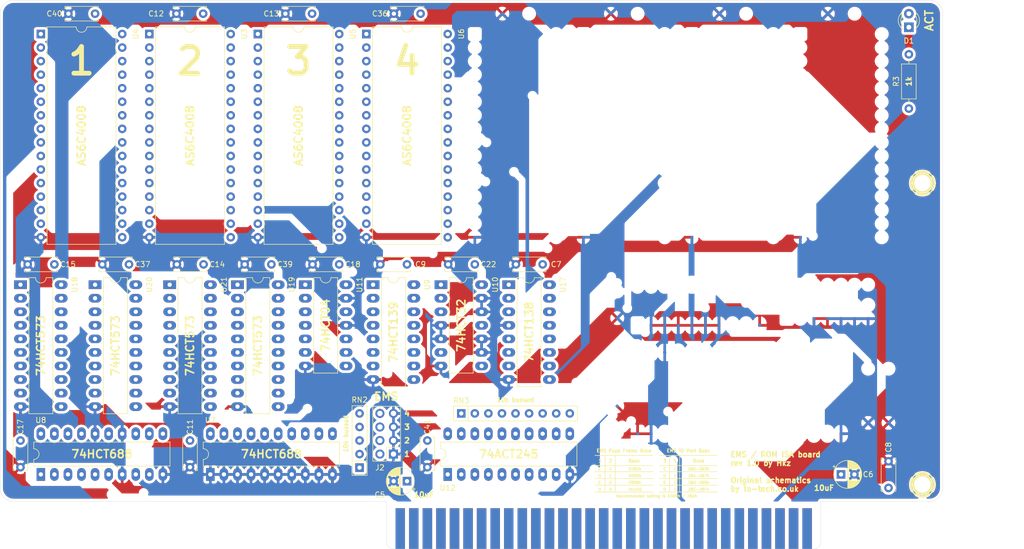
<source format=kicad_pcb>
(kicad_pcb (version 20171130) (host pcbnew "(5.1.9)-1")
  (layers (0 F.Cu signal hide) (31 B.Cu signal hide) (34 B.Paste user) (35 F.Paste user) (36 B.SilkS user) (37 F.SilkS user) (38 B.Mask user) (39 F.Mask user) (44 Edge.Cuts user))
  (net 0 "")
  (net 1 GND)
  (net 2 VCC)
  (net 3 /A0)
  (net 4 /A1)
  (net 5 /A2)
  (net 6 /A3)
  (net 7 /A4)
  (net 8 /A5)
  (net 9 /A6)
  (net 10 /A7)
  (net 11 /A8)
  (net 12 /A9)
  (net 13 /AEN)
  (net 14 /D0)
  (net 15 /D1)
  (net 16 /D2)
  (net 17 /D3)
  (net 18 /D4)
  (net 19 /D5)
  (net 20 /D6)
  (net 21 /D7)
  (net 22 /~IOW)
  (net 23 "Net-(U11-Pad1)")
  (net 24 /A10)
  (net 25 /A11)
  (net 26 /A12)
  (net 27 /A13)
  (net 28 /A14)
  (net 29 /A15)
  (net 30 /A16)
  (net 31 /A17)
  (net 32 /A18)
  (net 33 /A19)
  (net 34 /~MEMR)
  (net 35 /~MEMW)
  (net 36 /JP4)
  (net 37 /JP3)
  (net 38 /JP2)
  (net 39 /JP1)
  (net 40 /DB7)
  (net 41 /DB6)
  (net 42 /DB5)
  (net 43 /DB4)
  (net 44 /DB3)
  (net 45 /DB2)
  (net 46 /DB1)
  (net 47 /DB0)
  (net 48 /RAM-A15)
  (net 49 /RAM-A17)
  (net 50 /~RAM-CS0)
  (net 51 /RAM-A14)
  (net 52 /RAM-A16)
  (net 53 /RAM-A18)
  (net 54 /~RAM-CS1)
  (net 55 /~RAM-CS2)
  (net 56 /~RAM-CS3)
  (net 57 /~RAM-SELECT)
  (net 58 "Net-(U10-Pad1)")
  (net 59 "Net-(U11-Pad9)")
  (net 60 "Net-(U11-Pad5)")
  (net 61 "Net-(U11-Pad3)")
  (net 62 /~REG0-OE)
  (net 63 /~REG1-OE)
  (net 64 /~REG2-OE)
  (net 65 /~REG3-OE)
  (net 66 "Net-(U10-Pad3)")
  (net 67 /REG2-LOAD)
  (net 68 /REG1-LOAD)
  (net 69 /REG0-LOAD)
  (net 70 /REG3-LOAD)
  (net 71 /RAM-A21)
  (net 72 /RAM-A20)
  (net 73 /RAM-A19)
  (net 74 "Net-(D1-Pad1)")
  (module Capacitor_THT:C_Disc_D6.0mm_W2.5mm_P5.00mm (layer F.Cu) (at 227.33 149.86 180)
    (fp_text reference C22 (at -2.54 0) (layer F.SilkS))
    (fp_text value 100nF)
    (pad 2 thru_hole circle (at 5 0 180) (size 1.6 1.6) (drill 0.8) (layers *.Cu *.Mask) (net 1 GND))
    (pad 1 thru_hole circle (at 0 0 180) (size 1.6 1.6) (drill 0.8) (layers *.Cu *.Mask) (net 2 VCC))
  )
  (module skiselev_footprints:Hole_3mm (layer F.Cu) (at 311.15 134.62)
    (fp_text reference H2 hide)
    (fp_text value MountingHole_Pad hide)
    (pad 1 thru_hole circle (at 0 0) (size 4.064 4.064) (drill 3.048) (layers *.Cu *.Mask F.SilkS) (net 1 GND))
  )
  (module skiselev_footprints:Hole_3mm (layer F.Cu) (at 311.15 191.135)
    (fp_text reference H1 hide)
    (fp_text value MountingHole_Pad hide)
    (pad 1 thru_hole circle (at 0 0) (size 4.064 4.064) (drill 3.048) (layers *.Cu *.Mask F.SilkS) (net 1 GND))
  )
  (module Resistor_THT:R_Axial_DIN0207_L6.3mm_D2.5mm_P10.16mm_Horizontal (layer F.Cu) (at 308.61 120.65 90)
    (fp_text reference R3 (at 5.08 -2.37 90) (layer F.SilkS))
    (fp_text value 1k)
    (pad 2 thru_hole oval (at 10.16 0 90) (size 1.6 1.6) (drill 0.8) (layers *.Cu *.Mask) (net 74 "Net-(D1-Pad1)"))
    (pad 1 thru_hole circle (at 0 0 90) (size 1.6 1.6) (drill 0.8) (layers *.Cu *.Mask) (net 57 /~RAM-SELECT))
  )
  (module LED_THT:LED_D3.0mm_Clear (layer F.Cu) (at 308.61 105.41 90)
    (fp_text reference D1 (at -2.54 0) (layer F.SilkS))
    (fp_text value "EMS in use")
    (pad 2 thru_hole circle (at 2.54 0 90) (size 1.8 1.8) (drill 0.9) (layers *.Cu *.Mask) (net 2 VCC))
    (pad 1 thru_hole rect (at 0 0 90) (size 1.8 1.8) (drill 0.9) (layers *.Cu *.Mask) (net 74 "Net-(D1-Pad1)"))
  )
  (module Package_DIP:DIP-20_W7.62mm_LongPads (layer F.Cu) (at 170.18 153.67)
    (fp_text reference U21 (at 10.16 0 -90) (layer F.SilkS))
    (fp_text value 74LS573)
    (pad 20 thru_hole oval (at 7.62 0) (size 2.4 1.6) (drill 0.8) (layers *.Cu *.Mask) (net 2 VCC))
    (pad 10 thru_hole oval (at 0 22.86) (size 2.4 1.6) (drill 0.8) (layers *.Cu *.Mask) (net 1 GND))
    (pad 19 thru_hole oval (at 7.62 2.54) (size 2.4 1.6) (drill 0.8) (layers *.Cu *.Mask) (net 51 /RAM-A14))
    (pad 9 thru_hole oval (at 0 20.32) (size 2.4 1.6) (drill 0.8) (layers *.Cu *.Mask) (net 21 /D7))
    (pad 18 thru_hole oval (at 7.62 5.08) (size 2.4 1.6) (drill 0.8) (layers *.Cu *.Mask) (net 48 /RAM-A15))
    (pad 8 thru_hole oval (at 0 17.78) (size 2.4 1.6) (drill 0.8) (layers *.Cu *.Mask) (net 20 /D6))
    (pad 17 thru_hole oval (at 7.62 7.62) (size 2.4 1.6) (drill 0.8) (layers *.Cu *.Mask) (net 52 /RAM-A16))
    (pad 7 thru_hole oval (at 0 15.24) (size 2.4 1.6) (drill 0.8) (layers *.Cu *.Mask) (net 19 /D5))
    (pad 16 thru_hole oval (at 7.62 10.16) (size 2.4 1.6) (drill 0.8) (layers *.Cu *.Mask) (net 49 /RAM-A17))
    (pad 6 thru_hole oval (at 0 12.7) (size 2.4 1.6) (drill 0.8) (layers *.Cu *.Mask) (net 18 /D4))
    (pad 15 thru_hole oval (at 7.62 12.7) (size 2.4 1.6) (drill 0.8) (layers *.Cu *.Mask) (net 53 /RAM-A18))
    (pad 5 thru_hole oval (at 0 10.16) (size 2.4 1.6) (drill 0.8) (layers *.Cu *.Mask) (net 17 /D3))
    (pad 14 thru_hole oval (at 7.62 15.24) (size 2.4 1.6) (drill 0.8) (layers *.Cu *.Mask) (net 73 /RAM-A19))
    (pad 4 thru_hole oval (at 0 7.62) (size 2.4 1.6) (drill 0.8) (layers *.Cu *.Mask) (net 16 /D2))
    (pad 13 thru_hole oval (at 7.62 17.78) (size 2.4 1.6) (drill 0.8) (layers *.Cu *.Mask) (net 72 /RAM-A20))
    (pad 3 thru_hole oval (at 0 5.08) (size 2.4 1.6) (drill 0.8) (layers *.Cu *.Mask) (net 15 /D1))
    (pad 12 thru_hole oval (at 7.62 20.32) (size 2.4 1.6) (drill 0.8) (layers *.Cu *.Mask) (net 71 /RAM-A21))
    (pad 2 thru_hole oval (at 0 2.54) (size 2.4 1.6) (drill 0.8) (layers *.Cu *.Mask) (net 14 /D0))
    (pad 11 thru_hole oval (at 7.62 22.86) (size 2.4 1.6) (drill 0.8) (layers *.Cu *.Mask) (net 70 /REG3-LOAD))
    (pad 1 thru_hole rect (at 0 0) (size 2.4 1.6) (drill 0.8) (layers *.Cu *.Mask) (net 65 /~REG3-OE))
  )
  (module Package_DIP:DIP-20_W7.62mm_LongPads (layer F.Cu) (at 156.21 153.67)
    (fp_text reference U20 (at 10.16 0 -90) (layer F.SilkS))
    (fp_text value 74LS573)
    (pad 20 thru_hole oval (at 7.62 0) (size 2.4 1.6) (drill 0.8) (layers *.Cu *.Mask) (net 2 VCC))
    (pad 10 thru_hole oval (at 0 22.86) (size 2.4 1.6) (drill 0.8) (layers *.Cu *.Mask) (net 1 GND))
    (pad 19 thru_hole oval (at 7.62 2.54) (size 2.4 1.6) (drill 0.8) (layers *.Cu *.Mask) (net 51 /RAM-A14))
    (pad 9 thru_hole oval (at 0 20.32) (size 2.4 1.6) (drill 0.8) (layers *.Cu *.Mask) (net 21 /D7))
    (pad 18 thru_hole oval (at 7.62 5.08) (size 2.4 1.6) (drill 0.8) (layers *.Cu *.Mask) (net 48 /RAM-A15))
    (pad 8 thru_hole oval (at 0 17.78) (size 2.4 1.6) (drill 0.8) (layers *.Cu *.Mask) (net 20 /D6))
    (pad 17 thru_hole oval (at 7.62 7.62) (size 2.4 1.6) (drill 0.8) (layers *.Cu *.Mask) (net 52 /RAM-A16))
    (pad 7 thru_hole oval (at 0 15.24) (size 2.4 1.6) (drill 0.8) (layers *.Cu *.Mask) (net 19 /D5))
    (pad 16 thru_hole oval (at 7.62 10.16) (size 2.4 1.6) (drill 0.8) (layers *.Cu *.Mask) (net 49 /RAM-A17))
    (pad 6 thru_hole oval (at 0 12.7) (size 2.4 1.6) (drill 0.8) (layers *.Cu *.Mask) (net 18 /D4))
    (pad 15 thru_hole oval (at 7.62 12.7) (size 2.4 1.6) (drill 0.8) (layers *.Cu *.Mask) (net 53 /RAM-A18))
    (pad 5 thru_hole oval (at 0 10.16) (size 2.4 1.6) (drill 0.8) (layers *.Cu *.Mask) (net 17 /D3))
    (pad 14 thru_hole oval (at 7.62 15.24) (size 2.4 1.6) (drill 0.8) (layers *.Cu *.Mask) (net 73 /RAM-A19))
    (pad 4 thru_hole oval (at 0 7.62) (size 2.4 1.6) (drill 0.8) (layers *.Cu *.Mask) (net 16 /D2))
    (pad 13 thru_hole oval (at 7.62 17.78) (size 2.4 1.6) (drill 0.8) (layers *.Cu *.Mask) (net 72 /RAM-A20))
    (pad 3 thru_hole oval (at 0 5.08) (size 2.4 1.6) (drill 0.8) (layers *.Cu *.Mask) (net 15 /D1))
    (pad 12 thru_hole oval (at 7.62 20.32) (size 2.4 1.6) (drill 0.8) (layers *.Cu *.Mask) (net 71 /RAM-A21))
    (pad 2 thru_hole oval (at 0 2.54) (size 2.4 1.6) (drill 0.8) (layers *.Cu *.Mask) (net 14 /D0))
    (pad 11 thru_hole oval (at 7.62 22.86) (size 2.4 1.6) (drill 0.8) (layers *.Cu *.Mask) (net 67 /REG2-LOAD))
    (pad 1 thru_hole rect (at 0 0) (size 2.4 1.6) (drill 0.8) (layers *.Cu *.Mask) (net 64 /~REG2-OE))
  )
  (module Package_DIP:DIP-20_W7.62mm_LongPads (layer F.Cu) (at 182.88 153.67)
    (fp_text reference U19 (at 10.16 0 -90) (layer F.SilkS))
    (fp_text value 74LS573)
    (pad 20 thru_hole oval (at 7.62 0) (size 2.4 1.6) (drill 0.8) (layers *.Cu *.Mask) (net 2 VCC))
    (pad 10 thru_hole oval (at 0 22.86) (size 2.4 1.6) (drill 0.8) (layers *.Cu *.Mask) (net 1 GND))
    (pad 19 thru_hole oval (at 7.62 2.54) (size 2.4 1.6) (drill 0.8) (layers *.Cu *.Mask) (net 51 /RAM-A14))
    (pad 9 thru_hole oval (at 0 20.32) (size 2.4 1.6) (drill 0.8) (layers *.Cu *.Mask) (net 21 /D7))
    (pad 18 thru_hole oval (at 7.62 5.08) (size 2.4 1.6) (drill 0.8) (layers *.Cu *.Mask) (net 48 /RAM-A15))
    (pad 8 thru_hole oval (at 0 17.78) (size 2.4 1.6) (drill 0.8) (layers *.Cu *.Mask) (net 20 /D6))
    (pad 17 thru_hole oval (at 7.62 7.62) (size 2.4 1.6) (drill 0.8) (layers *.Cu *.Mask) (net 52 /RAM-A16))
    (pad 7 thru_hole oval (at 0 15.24) (size 2.4 1.6) (drill 0.8) (layers *.Cu *.Mask) (net 19 /D5))
    (pad 16 thru_hole oval (at 7.62 10.16) (size 2.4 1.6) (drill 0.8) (layers *.Cu *.Mask) (net 49 /RAM-A17))
    (pad 6 thru_hole oval (at 0 12.7) (size 2.4 1.6) (drill 0.8) (layers *.Cu *.Mask) (net 18 /D4))
    (pad 15 thru_hole oval (at 7.62 12.7) (size 2.4 1.6) (drill 0.8) (layers *.Cu *.Mask) (net 53 /RAM-A18))
    (pad 5 thru_hole oval (at 0 10.16) (size 2.4 1.6) (drill 0.8) (layers *.Cu *.Mask) (net 17 /D3))
    (pad 14 thru_hole oval (at 7.62 15.24) (size 2.4 1.6) (drill 0.8) (layers *.Cu *.Mask) (net 73 /RAM-A19))
    (pad 4 thru_hole oval (at 0 7.62) (size 2.4 1.6) (drill 0.8) (layers *.Cu *.Mask) (net 16 /D2))
    (pad 13 thru_hole oval (at 7.62 17.78) (size 2.4 1.6) (drill 0.8) (layers *.Cu *.Mask) (net 72 /RAM-A20))
    (pad 3 thru_hole oval (at 0 5.08) (size 2.4 1.6) (drill 0.8) (layers *.Cu *.Mask) (net 15 /D1))
    (pad 12 thru_hole oval (at 7.62 20.32) (size 2.4 1.6) (drill 0.8) (layers *.Cu *.Mask) (net 71 /RAM-A21))
    (pad 2 thru_hole oval (at 0 2.54) (size 2.4 1.6) (drill 0.8) (layers *.Cu *.Mask) (net 14 /D0))
    (pad 11 thru_hole oval (at 7.62 22.86) (size 2.4 1.6) (drill 0.8) (layers *.Cu *.Mask) (net 68 /REG1-LOAD))
    (pad 1 thru_hole rect (at 0 0) (size 2.4 1.6) (drill 0.8) (layers *.Cu *.Mask) (net 63 /~REG1-OE))
  )
  (module Package_DIP:DIP-20_W7.62mm_LongPads (layer F.Cu) (at 142.24 153.67)
    (fp_text reference U18 (at 10.16 0 -90) (layer F.SilkS))
    (fp_text value 74LS573)
    (pad 20 thru_hole oval (at 7.62 0) (size 2.4 1.6) (drill 0.8) (layers *.Cu *.Mask) (net 2 VCC))
    (pad 10 thru_hole oval (at 0 22.86) (size 2.4 1.6) (drill 0.8) (layers *.Cu *.Mask) (net 1 GND))
    (pad 19 thru_hole oval (at 7.62 2.54) (size 2.4 1.6) (drill 0.8) (layers *.Cu *.Mask) (net 51 /RAM-A14))
    (pad 9 thru_hole oval (at 0 20.32) (size 2.4 1.6) (drill 0.8) (layers *.Cu *.Mask) (net 21 /D7))
    (pad 18 thru_hole oval (at 7.62 5.08) (size 2.4 1.6) (drill 0.8) (layers *.Cu *.Mask) (net 48 /RAM-A15))
    (pad 8 thru_hole oval (at 0 17.78) (size 2.4 1.6) (drill 0.8) (layers *.Cu *.Mask) (net 20 /D6))
    (pad 17 thru_hole oval (at 7.62 7.62) (size 2.4 1.6) (drill 0.8) (layers *.Cu *.Mask) (net 52 /RAM-A16))
    (pad 7 thru_hole oval (at 0 15.24) (size 2.4 1.6) (drill 0.8) (layers *.Cu *.Mask) (net 19 /D5))
    (pad 16 thru_hole oval (at 7.62 10.16) (size 2.4 1.6) (drill 0.8) (layers *.Cu *.Mask) (net 49 /RAM-A17))
    (pad 6 thru_hole oval (at 0 12.7) (size 2.4 1.6) (drill 0.8) (layers *.Cu *.Mask) (net 18 /D4))
    (pad 15 thru_hole oval (at 7.62 12.7) (size 2.4 1.6) (drill 0.8) (layers *.Cu *.Mask) (net 53 /RAM-A18))
    (pad 5 thru_hole oval (at 0 10.16) (size 2.4 1.6) (drill 0.8) (layers *.Cu *.Mask) (net 17 /D3))
    (pad 14 thru_hole oval (at 7.62 15.24) (size 2.4 1.6) (drill 0.8) (layers *.Cu *.Mask) (net 73 /RAM-A19))
    (pad 4 thru_hole oval (at 0 7.62) (size 2.4 1.6) (drill 0.8) (layers *.Cu *.Mask) (net 16 /D2))
    (pad 13 thru_hole oval (at 7.62 17.78) (size 2.4 1.6) (drill 0.8) (layers *.Cu *.Mask) (net 72 /RAM-A20))
    (pad 3 thru_hole oval (at 0 5.08) (size 2.4 1.6) (drill 0.8) (layers *.Cu *.Mask) (net 15 /D1))
    (pad 12 thru_hole oval (at 7.62 20.32) (size 2.4 1.6) (drill 0.8) (layers *.Cu *.Mask) (net 71 /RAM-A21))
    (pad 2 thru_hole oval (at 0 2.54) (size 2.4 1.6) (drill 0.8) (layers *.Cu *.Mask) (net 14 /D0))
    (pad 11 thru_hole oval (at 7.62 22.86) (size 2.4 1.6) (drill 0.8) (layers *.Cu *.Mask) (net 69 /REG0-LOAD))
    (pad 1 thru_hole rect (at 0 0) (size 2.4 1.6) (drill 0.8) (layers *.Cu *.Mask) (net 62 /~REG0-OE))
  )
  (module Package_DIP:DIP-16_W7.62mm_LongPads (layer F.Cu) (at 233.68 153.67)
    (fp_text reference U17 (at 10.16 0 -90) (layer F.SilkS))
    (fp_text value 74HCT138)
    (pad 16 thru_hole oval (at 7.62 0) (size 2.4 1.6) (drill 0.8) (layers *.Cu *.Mask) (net 2 VCC))
    (pad 8 thru_hole oval (at 0 17.78) (size 2.4 1.6) (drill 0.8) (layers *.Cu *.Mask) (net 1 GND))
    (pad 15 thru_hole oval (at 7.62 2.54) (size 2.4 1.6) (drill 0.8) (layers *.Cu *.Mask) (net 50 /~RAM-CS0))
    (pad 7 thru_hole oval (at 0 15.24) (size 2.4 1.6) (drill 0.8) (layers *.Cu *.Mask))
    (pad 14 thru_hole oval (at 7.62 5.08) (size 2.4 1.6) (drill 0.8) (layers *.Cu *.Mask) (net 54 /~RAM-CS1))
    (pad 6 thru_hole oval (at 0 12.7) (size 2.4 1.6) (drill 0.8) (layers *.Cu *.Mask) (net 2 VCC))
    (pad 13 thru_hole oval (at 7.62 7.62) (size 2.4 1.6) (drill 0.8) (layers *.Cu *.Mask) (net 55 /~RAM-CS2))
    (pad 5 thru_hole oval (at 0 10.16) (size 2.4 1.6) (drill 0.8) (layers *.Cu *.Mask) (net 57 /~RAM-SELECT))
    (pad 12 thru_hole oval (at 7.62 10.16) (size 2.4 1.6) (drill 0.8) (layers *.Cu *.Mask) (net 56 /~RAM-CS3))
    (pad 4 thru_hole oval (at 0 7.62) (size 2.4 1.6) (drill 0.8) (layers *.Cu *.Mask) (net 1 GND))
    (pad 11 thru_hole oval (at 7.62 12.7) (size 2.4 1.6) (drill 0.8) (layers *.Cu *.Mask))
    (pad 3 thru_hole oval (at 0 5.08) (size 2.4 1.6) (drill 0.8) (layers *.Cu *.Mask) (net 71 /RAM-A21))
    (pad 10 thru_hole oval (at 7.62 15.24) (size 2.4 1.6) (drill 0.8) (layers *.Cu *.Mask))
    (pad 2 thru_hole oval (at 0 2.54) (size 2.4 1.6) (drill 0.8) (layers *.Cu *.Mask) (net 72 /RAM-A20))
    (pad 9 thru_hole oval (at 7.62 17.78) (size 2.4 1.6) (drill 0.8) (layers *.Cu *.Mask))
    (pad 1 thru_hole rect (at 0 0) (size 2.4 1.6) (drill 0.8) (layers *.Cu *.Mask) (net 73 /RAM-A19))
  )
  (module Package_DIP:DIP-20_W7.62mm_LongPads (layer F.Cu) (at 222.25 189.23 90)
    (fp_text reference U12 (at -2.54 0) (layer F.SilkS))
    (fp_text value 74ACT245)
    (pad 20 thru_hole oval (at 7.62 0 90) (size 2.4 1.6) (drill 0.8) (layers *.Cu *.Mask) (net 2 VCC))
    (pad 10 thru_hole oval (at 0 22.86 90) (size 2.4 1.6) (drill 0.8) (layers *.Cu *.Mask) (net 1 GND))
    (pad 19 thru_hole oval (at 7.62 2.54 90) (size 2.4 1.6) (drill 0.8) (layers *.Cu *.Mask) (net 57 /~RAM-SELECT))
    (pad 9 thru_hole oval (at 0 20.32 90) (size 2.4 1.6) (drill 0.8) (layers *.Cu *.Mask) (net 21 /D7))
    (pad 18 thru_hole oval (at 7.62 5.08 90) (size 2.4 1.6) (drill 0.8) (layers *.Cu *.Mask) (net 47 /DB0))
    (pad 8 thru_hole oval (at 0 17.78 90) (size 2.4 1.6) (drill 0.8) (layers *.Cu *.Mask) (net 20 /D6))
    (pad 17 thru_hole oval (at 7.62 7.62 90) (size 2.4 1.6) (drill 0.8) (layers *.Cu *.Mask) (net 46 /DB1))
    (pad 7 thru_hole oval (at 0 15.24 90) (size 2.4 1.6) (drill 0.8) (layers *.Cu *.Mask) (net 19 /D5))
    (pad 16 thru_hole oval (at 7.62 10.16 90) (size 2.4 1.6) (drill 0.8) (layers *.Cu *.Mask) (net 45 /DB2))
    (pad 6 thru_hole oval (at 0 12.7 90) (size 2.4 1.6) (drill 0.8) (layers *.Cu *.Mask) (net 18 /D4))
    (pad 15 thru_hole oval (at 7.62 12.7 90) (size 2.4 1.6) (drill 0.8) (layers *.Cu *.Mask) (net 44 /DB3))
    (pad 5 thru_hole oval (at 0 10.16 90) (size 2.4 1.6) (drill 0.8) (layers *.Cu *.Mask) (net 17 /D3))
    (pad 14 thru_hole oval (at 7.62 15.24 90) (size 2.4 1.6) (drill 0.8) (layers *.Cu *.Mask) (net 43 /DB4))
    (pad 4 thru_hole oval (at 0 7.62 90) (size 2.4 1.6) (drill 0.8) (layers *.Cu *.Mask) (net 16 /D2))
    (pad 13 thru_hole oval (at 7.62 17.78 90) (size 2.4 1.6) (drill 0.8) (layers *.Cu *.Mask) (net 42 /DB5))
    (pad 3 thru_hole oval (at 0 5.08 90) (size 2.4 1.6) (drill 0.8) (layers *.Cu *.Mask) (net 15 /D1))
    (pad 12 thru_hole oval (at 7.62 20.32 90) (size 2.4 1.6) (drill 0.8) (layers *.Cu *.Mask) (net 41 /DB6))
    (pad 2 thru_hole oval (at 0 2.54 90) (size 2.4 1.6) (drill 0.8) (layers *.Cu *.Mask) (net 14 /D0))
    (pad 11 thru_hole oval (at 7.62 22.86 90) (size 2.4 1.6) (drill 0.8) (layers *.Cu *.Mask) (net 40 /DB7))
    (pad 1 thru_hole rect (at 0 0 90) (size 2.4 1.6) (drill 0.8) (layers *.Cu *.Mask) (net 34 /~MEMR))
  )
  (module Package_DIP:DIP-14_W7.62mm_LongPads (layer F.Cu) (at 195.58 153.67)
    (fp_text reference U11 (at 10.16 0 90) (layer F.SilkS))
    (fp_text value 74HCT04)
    (pad 14 thru_hole oval (at 7.62 0) (size 2.4 1.6) (drill 0.8) (layers *.Cu *.Mask) (net 2 VCC))
    (pad 7 thru_hole oval (at 0 15.24) (size 2.4 1.6) (drill 0.8) (layers *.Cu *.Mask) (net 1 GND))
    (pad 13 thru_hole oval (at 7.62 2.54) (size 2.4 1.6) (drill 0.8) (layers *.Cu *.Mask) (net 1 GND))
    (pad 6 thru_hole oval (at 0 12.7) (size 2.4 1.6) (drill 0.8) (layers *.Cu *.Mask) (net 67 /REG2-LOAD))
    (pad 12 thru_hole oval (at 7.62 5.08) (size 2.4 1.6) (drill 0.8) (layers *.Cu *.Mask))
    (pad 5 thru_hole oval (at 0 10.16) (size 2.4 1.6) (drill 0.8) (layers *.Cu *.Mask) (net 60 "Net-(U11-Pad5)"))
    (pad 11 thru_hole oval (at 7.62 7.62) (size 2.4 1.6) (drill 0.8) (layers *.Cu *.Mask) (net 1 GND))
    (pad 4 thru_hole oval (at 0 7.62) (size 2.4 1.6) (drill 0.8) (layers *.Cu *.Mask) (net 68 /REG1-LOAD))
    (pad 10 thru_hole oval (at 7.62 10.16) (size 2.4 1.6) (drill 0.8) (layers *.Cu *.Mask))
    (pad 3 thru_hole oval (at 0 5.08) (size 2.4 1.6) (drill 0.8) (layers *.Cu *.Mask) (net 61 "Net-(U11-Pad3)"))
    (pad 9 thru_hole oval (at 7.62 12.7) (size 2.4 1.6) (drill 0.8) (layers *.Cu *.Mask) (net 59 "Net-(U11-Pad9)"))
    (pad 2 thru_hole oval (at 0 2.54) (size 2.4 1.6) (drill 0.8) (layers *.Cu *.Mask) (net 69 /REG0-LOAD))
    (pad 8 thru_hole oval (at 7.62 15.24) (size 2.4 1.6) (drill 0.8) (layers *.Cu *.Mask) (net 70 /REG3-LOAD))
    (pad 1 thru_hole rect (at 0 0) (size 2.4 1.6) (drill 0.8) (layers *.Cu *.Mask) (net 23 "Net-(U11-Pad1)"))
  )
  (module Package_DIP:DIP-14_W7.62mm_LongPads (layer F.Cu) (at 220.98 153.67)
    (fp_text reference U10 (at 10.16 0 -90) (layer F.SilkS))
    (fp_text value 74HCT32)
    (pad 14 thru_hole oval (at 7.62 0) (size 2.4 1.6) (drill 0.8) (layers *.Cu *.Mask) (net 2 VCC))
    (pad 7 thru_hole oval (at 0 15.24) (size 2.4 1.6) (drill 0.8) (layers *.Cu *.Mask) (net 1 GND))
    (pad 13 thru_hole oval (at 7.62 2.54) (size 2.4 1.6) (drill 0.8) (layers *.Cu *.Mask) (net 1 GND))
    (pad 6 thru_hole oval (at 0 12.7) (size 2.4 1.6) (drill 0.8) (layers *.Cu *.Mask))
    (pad 12 thru_hole oval (at 7.62 5.08) (size 2.4 1.6) (drill 0.8) (layers *.Cu *.Mask) (net 1 GND))
    (pad 5 thru_hole oval (at 0 10.16) (size 2.4 1.6) (drill 0.8) (layers *.Cu *.Mask) (net 1 GND))
    (pad 11 thru_hole oval (at 7.62 7.62) (size 2.4 1.6) (drill 0.8) (layers *.Cu *.Mask))
    (pad 4 thru_hole oval (at 0 7.62) (size 2.4 1.6) (drill 0.8) (layers *.Cu *.Mask) (net 1 GND))
    (pad 10 thru_hole oval (at 7.62 10.16) (size 2.4 1.6) (drill 0.8) (layers *.Cu *.Mask) (net 1 GND))
    (pad 3 thru_hole oval (at 0 5.08) (size 2.4 1.6) (drill 0.8) (layers *.Cu *.Mask) (net 66 "Net-(U10-Pad3)"))
    (pad 9 thru_hole oval (at 7.62 12.7) (size 2.4 1.6) (drill 0.8) (layers *.Cu *.Mask) (net 1 GND))
    (pad 2 thru_hole oval (at 0 2.54) (size 2.4 1.6) (drill 0.8) (layers *.Cu *.Mask) (net 22 /~IOW))
    (pad 8 thru_hole oval (at 7.62 15.24) (size 2.4 1.6) (drill 0.8) (layers *.Cu *.Mask))
    (pad 1 thru_hole rect (at 0 0) (size 2.4 1.6) (drill 0.8) (layers *.Cu *.Mask) (net 58 "Net-(U10-Pad1)"))
  )
  (module Package_DIP:DIP-16_W7.62mm_LongPads (layer F.Cu) (at 208.28 153.67)
    (fp_text reference U9 (at 10.16 0 270) (layer F.SilkS))
    (fp_text value 74HCT139)
    (pad 16 thru_hole oval (at 7.62 0) (size 2.4 1.6) (drill 0.8) (layers *.Cu *.Mask) (net 2 VCC))
    (pad 8 thru_hole oval (at 0 17.78) (size 2.4 1.6) (drill 0.8) (layers *.Cu *.Mask) (net 1 GND))
    (pad 15 thru_hole oval (at 7.62 2.54) (size 2.4 1.6) (drill 0.8) (layers *.Cu *.Mask) (net 57 /~RAM-SELECT))
    (pad 7 thru_hole oval (at 0 15.24) (size 2.4 1.6) (drill 0.8) (layers *.Cu *.Mask) (net 59 "Net-(U11-Pad9)"))
    (pad 14 thru_hole oval (at 7.62 5.08) (size 2.4 1.6) (drill 0.8) (layers *.Cu *.Mask) (net 28 /A14))
    (pad 6 thru_hole oval (at 0 12.7) (size 2.4 1.6) (drill 0.8) (layers *.Cu *.Mask) (net 60 "Net-(U11-Pad5)"))
    (pad 13 thru_hole oval (at 7.62 7.62) (size 2.4 1.6) (drill 0.8) (layers *.Cu *.Mask) (net 29 /A15))
    (pad 5 thru_hole oval (at 0 10.16) (size 2.4 1.6) (drill 0.8) (layers *.Cu *.Mask) (net 61 "Net-(U11-Pad3)"))
    (pad 12 thru_hole oval (at 7.62 10.16) (size 2.4 1.6) (drill 0.8) (layers *.Cu *.Mask) (net 62 /~REG0-OE))
    (pad 4 thru_hole oval (at 0 7.62) (size 2.4 1.6) (drill 0.8) (layers *.Cu *.Mask) (net 23 "Net-(U11-Pad1)"))
    (pad 11 thru_hole oval (at 7.62 12.7) (size 2.4 1.6) (drill 0.8) (layers *.Cu *.Mask) (net 63 /~REG1-OE))
    (pad 3 thru_hole oval (at 0 5.08) (size 2.4 1.6) (drill 0.8) (layers *.Cu *.Mask) (net 4 /A1))
    (pad 10 thru_hole oval (at 7.62 15.24) (size 2.4 1.6) (drill 0.8) (layers *.Cu *.Mask) (net 64 /~REG2-OE))
    (pad 2 thru_hole oval (at 0 2.54) (size 2.4 1.6) (drill 0.8) (layers *.Cu *.Mask) (net 3 /A0))
    (pad 9 thru_hole oval (at 7.62 17.78) (size 2.4 1.6) (drill 0.8) (layers *.Cu *.Mask) (net 65 /~REG3-OE))
    (pad 1 thru_hole rect (at 0 0) (size 2.4 1.6) (drill 0.8) (layers *.Cu *.Mask) (net 66 "Net-(U10-Pad3)"))
  )
  (module Package_DIP:DIP-20_W7.62mm_LongPads (layer F.Cu) (at 146.05 189.23 90)
    (fp_text reference U8 (at 10.16 0) (layer F.SilkS))
    (fp_text value 74HCT688)
    (pad 20 thru_hole oval (at 7.62 0 90) (size 2.4 1.6) (drill 0.8) (layers *.Cu *.Mask) (net 2 VCC))
    (pad 10 thru_hole oval (at 0 22.86 90) (size 2.4 1.6) (drill 0.8) (layers *.Cu *.Mask) (net 1 GND))
    (pad 19 thru_hole oval (at 7.62 2.54 90) (size 2.4 1.6) (drill 0.8) (layers *.Cu *.Mask) (net 58 "Net-(U10-Pad1)"))
    (pad 9 thru_hole oval (at 0 20.32 90) (size 2.4 1.6) (drill 0.8) (layers *.Cu *.Mask) (net 2 VCC))
    (pad 18 thru_hole oval (at 7.62 5.08 90) (size 2.4 1.6) (drill 0.8) (layers *.Cu *.Mask) (net 2 VCC))
    (pad 8 thru_hole oval (at 0 17.78 90) (size 2.4 1.6) (drill 0.8) (layers *.Cu *.Mask) (net 8 /A5))
    (pad 17 thru_hole oval (at 7.62 7.62 90) (size 2.4 1.6) (drill 0.8) (layers *.Cu *.Mask) (net 9 /A6))
    (pad 7 thru_hole oval (at 0 15.24 90) (size 2.4 1.6) (drill 0.8) (layers *.Cu *.Mask) (net 1 GND))
    (pad 16 thru_hole oval (at 7.62 10.16 90) (size 2.4 1.6) (drill 0.8) (layers *.Cu *.Mask) (net 1 GND))
    (pad 6 thru_hole oval (at 0 12.7 90) (size 2.4 1.6) (drill 0.8) (layers *.Cu *.Mask) (net 7 /A4))
    (pad 15 thru_hole oval (at 7.62 12.7 90) (size 2.4 1.6) (drill 0.8) (layers *.Cu *.Mask) (net 10 /A7))
    (pad 5 thru_hole oval (at 0 10.16 90) (size 2.4 1.6) (drill 0.8) (layers *.Cu *.Mask) (net 36 /JP4))
    (pad 14 thru_hole oval (at 7.62 15.24 90) (size 2.4 1.6) (drill 0.8) (layers *.Cu *.Mask) (net 1 GND))
    (pad 4 thru_hole oval (at 0 7.62 90) (size 2.4 1.6) (drill 0.8) (layers *.Cu *.Mask) (net 6 /A3))
    (pad 13 thru_hole oval (at 7.62 17.78 90) (size 2.4 1.6) (drill 0.8) (layers *.Cu *.Mask) (net 11 /A8))
    (pad 3 thru_hole oval (at 0 5.08 90) (size 2.4 1.6) (drill 0.8) (layers *.Cu *.Mask) (net 37 /JP3))
    (pad 12 thru_hole oval (at 7.62 20.32 90) (size 2.4 1.6) (drill 0.8) (layers *.Cu *.Mask) (net 2 VCC))
    (pad 2 thru_hole oval (at 0 2.54 90) (size 2.4 1.6) (drill 0.8) (layers *.Cu *.Mask) (net 5 /A2))
    (pad 11 thru_hole oval (at 7.62 22.86 90) (size 2.4 1.6) (drill 0.8) (layers *.Cu *.Mask) (net 12 /A9))
    (pad 1 thru_hole rect (at 0 0 90) (size 2.4 1.6) (drill 0.8) (layers *.Cu *.Mask) (net 13 /AEN))
  )
  (module Package_DIP:DIP-20_W7.62mm_LongPads (layer F.Cu) (at 177.8 189.23 90)
    (fp_text reference U7 (at 10.16 0) (layer F.SilkS))
    (fp_text value 74HCT688)
    (pad 20 thru_hole oval (at 7.62 0 90) (size 2.4 1.6) (drill 0.8) (layers *.Cu *.Mask) (net 2 VCC))
    (pad 10 thru_hole oval (at 0 22.86 90) (size 2.4 1.6) (drill 0.8) (layers *.Cu *.Mask) (net 1 GND))
    (pad 19 thru_hole oval (at 7.62 2.54 90) (size 2.4 1.6) (drill 0.8) (layers *.Cu *.Mask) (net 57 /~RAM-SELECT))
    (pad 9 thru_hole oval (at 0 20.32 90) (size 2.4 1.6) (drill 0.8) (layers *.Cu *.Mask) (net 1 GND))
    (pad 18 thru_hole oval (at 7.62 5.08 90) (size 2.4 1.6) (drill 0.8) (layers *.Cu *.Mask) (net 2 VCC))
    (pad 8 thru_hole oval (at 0 17.78 90) (size 2.4 1.6) (drill 0.8) (layers *.Cu *.Mask) (net 1 GND))
    (pad 17 thru_hole oval (at 7.62 7.62 90) (size 2.4 1.6) (drill 0.8) (layers *.Cu *.Mask) (net 33 /A19))
    (pad 7 thru_hole oval (at 0 15.24 90) (size 2.4 1.6) (drill 0.8) (layers *.Cu *.Mask) (net 1 GND))
    (pad 16 thru_hole oval (at 7.62 10.16 90) (size 2.4 1.6) (drill 0.8) (layers *.Cu *.Mask) (net 2 VCC))
    (pad 6 thru_hole oval (at 0 12.7 90) (size 2.4 1.6) (drill 0.8) (layers *.Cu *.Mask) (net 1 GND))
    (pad 15 thru_hole oval (at 7.62 12.7 90) (size 2.4 1.6) (drill 0.8) (layers *.Cu *.Mask) (net 32 /A18))
    (pad 5 thru_hole oval (at 0 10.16 90) (size 2.4 1.6) (drill 0.8) (layers *.Cu *.Mask) (net 1 GND))
    (pad 14 thru_hole oval (at 7.62 15.24 90) (size 2.4 1.6) (drill 0.8) (layers *.Cu *.Mask) (net 38 /JP2))
    (pad 4 thru_hole oval (at 0 7.62 90) (size 2.4 1.6) (drill 0.8) (layers *.Cu *.Mask) (net 1 GND))
    (pad 13 thru_hole oval (at 7.62 17.78 90) (size 2.4 1.6) (drill 0.8) (layers *.Cu *.Mask) (net 31 /A17))
    (pad 3 thru_hole oval (at 0 5.08 90) (size 2.4 1.6) (drill 0.8) (layers *.Cu *.Mask) (net 1 GND))
    (pad 12 thru_hole oval (at 7.62 20.32 90) (size 2.4 1.6) (drill 0.8) (layers *.Cu *.Mask) (net 39 /JP1))
    (pad 2 thru_hole oval (at 0 2.54 90) (size 2.4 1.6) (drill 0.8) (layers *.Cu *.Mask) (net 1 GND))
    (pad 11 thru_hole oval (at 7.62 22.86 90) (size 2.4 1.6) (drill 0.8) (layers *.Cu *.Mask) (net 30 /A16))
    (pad 1 thru_hole rect (at 0 0 90) (size 2.4 1.6) (drill 0.8) (layers *.Cu *.Mask) (net 1 GND))
  )
  (module Package_DIP:DIP-32_W15.24mm (layer F.Cu) (at 207.01 106.68)
    (fp_text reference U6 (at 17.78 0 -90) (layer F.SilkS))
    (fp_text value AS6C4008-55PCN)
    (pad 32 thru_hole oval (at 15.24 0) (size 1.6 1.6) (drill 0.8) (layers *.Cu *.Mask) (net 2 VCC))
    (pad 16 thru_hole oval (at 0 38.1) (size 1.6 1.6) (drill 0.8) (layers *.Cu *.Mask) (net 1 GND))
    (pad 31 thru_hole oval (at 15.24 2.54) (size 1.6 1.6) (drill 0.8) (layers *.Cu *.Mask) (net 48 /RAM-A15))
    (pad 15 thru_hole oval (at 0 35.56) (size 1.6 1.6) (drill 0.8) (layers *.Cu *.Mask) (net 45 /DB2))
    (pad 30 thru_hole oval (at 15.24 5.08) (size 1.6 1.6) (drill 0.8) (layers *.Cu *.Mask) (net 49 /RAM-A17))
    (pad 14 thru_hole oval (at 0 33.02) (size 1.6 1.6) (drill 0.8) (layers *.Cu *.Mask) (net 46 /DB1))
    (pad 29 thru_hole oval (at 15.24 7.62) (size 1.6 1.6) (drill 0.8) (layers *.Cu *.Mask) (net 35 /~MEMW))
    (pad 13 thru_hole oval (at 0 30.48) (size 1.6 1.6) (drill 0.8) (layers *.Cu *.Mask) (net 47 /DB0))
    (pad 28 thru_hole oval (at 15.24 10.16) (size 1.6 1.6) (drill 0.8) (layers *.Cu *.Mask) (net 27 /A13))
    (pad 12 thru_hole oval (at 0 27.94) (size 1.6 1.6) (drill 0.8) (layers *.Cu *.Mask) (net 3 /A0))
    (pad 27 thru_hole oval (at 15.24 12.7) (size 1.6 1.6) (drill 0.8) (layers *.Cu *.Mask) (net 11 /A8))
    (pad 11 thru_hole oval (at 0 25.4) (size 1.6 1.6) (drill 0.8) (layers *.Cu *.Mask) (net 4 /A1))
    (pad 26 thru_hole oval (at 15.24 15.24) (size 1.6 1.6) (drill 0.8) (layers *.Cu *.Mask) (net 12 /A9))
    (pad 10 thru_hole oval (at 0 22.86) (size 1.6 1.6) (drill 0.8) (layers *.Cu *.Mask) (net 5 /A2))
    (pad 25 thru_hole oval (at 15.24 17.78) (size 1.6 1.6) (drill 0.8) (layers *.Cu *.Mask) (net 25 /A11))
    (pad 9 thru_hole oval (at 0 20.32) (size 1.6 1.6) (drill 0.8) (layers *.Cu *.Mask) (net 6 /A3))
    (pad 24 thru_hole oval (at 15.24 20.32) (size 1.6 1.6) (drill 0.8) (layers *.Cu *.Mask) (net 34 /~MEMR))
    (pad 8 thru_hole oval (at 0 17.78) (size 1.6 1.6) (drill 0.8) (layers *.Cu *.Mask) (net 7 /A4))
    (pad 23 thru_hole oval (at 15.24 22.86) (size 1.6 1.6) (drill 0.8) (layers *.Cu *.Mask) (net 24 /A10))
    (pad 7 thru_hole oval (at 0 15.24) (size 1.6 1.6) (drill 0.8) (layers *.Cu *.Mask) (net 8 /A5))
    (pad 22 thru_hole oval (at 15.24 25.4) (size 1.6 1.6) (drill 0.8) (layers *.Cu *.Mask) (net 56 /~RAM-CS3))
    (pad 6 thru_hole oval (at 0 12.7) (size 1.6 1.6) (drill 0.8) (layers *.Cu *.Mask) (net 9 /A6))
    (pad 21 thru_hole oval (at 15.24 27.94) (size 1.6 1.6) (drill 0.8) (layers *.Cu *.Mask) (net 40 /DB7))
    (pad 5 thru_hole oval (at 0 10.16) (size 1.6 1.6) (drill 0.8) (layers *.Cu *.Mask) (net 10 /A7))
    (pad 20 thru_hole oval (at 15.24 30.48) (size 1.6 1.6) (drill 0.8) (layers *.Cu *.Mask) (net 41 /DB6))
    (pad 4 thru_hole oval (at 0 7.62) (size 1.6 1.6) (drill 0.8) (layers *.Cu *.Mask) (net 26 /A12))
    (pad 19 thru_hole oval (at 15.24 33.02) (size 1.6 1.6) (drill 0.8) (layers *.Cu *.Mask) (net 42 /DB5))
    (pad 3 thru_hole oval (at 0 5.08) (size 1.6 1.6) (drill 0.8) (layers *.Cu *.Mask) (net 51 /RAM-A14))
    (pad 18 thru_hole oval (at 15.24 35.56) (size 1.6 1.6) (drill 0.8) (layers *.Cu *.Mask) (net 43 /DB4))
    (pad 2 thru_hole oval (at 0 2.54) (size 1.6 1.6) (drill 0.8) (layers *.Cu *.Mask) (net 52 /RAM-A16))
    (pad 17 thru_hole oval (at 15.24 38.1) (size 1.6 1.6) (drill 0.8) (layers *.Cu *.Mask) (net 44 /DB3))
    (pad 1 thru_hole rect (at 0 0) (size 1.6 1.6) (drill 0.8) (layers *.Cu *.Mask) (net 53 /RAM-A18))
  )
  (module Package_DIP:DIP-32_W15.24mm (layer F.Cu) (at 186.69 106.68)
    (fp_text reference U5 (at 17.78 0 -90) (layer F.SilkS))
    (fp_text value AS6C4008-55PCN)
    (pad 32 thru_hole oval (at 15.24 0) (size 1.6 1.6) (drill 0.8) (layers *.Cu *.Mask) (net 2 VCC))
    (pad 16 thru_hole oval (at 0 38.1) (size 1.6 1.6) (drill 0.8) (layers *.Cu *.Mask) (net 1 GND))
    (pad 31 thru_hole oval (at 15.24 2.54) (size 1.6 1.6) (drill 0.8) (layers *.Cu *.Mask) (net 48 /RAM-A15))
    (pad 15 thru_hole oval (at 0 35.56) (size 1.6 1.6) (drill 0.8) (layers *.Cu *.Mask) (net 45 /DB2))
    (pad 30 thru_hole oval (at 15.24 5.08) (size 1.6 1.6) (drill 0.8) (layers *.Cu *.Mask) (net 49 /RAM-A17))
    (pad 14 thru_hole oval (at 0 33.02) (size 1.6 1.6) (drill 0.8) (layers *.Cu *.Mask) (net 46 /DB1))
    (pad 29 thru_hole oval (at 15.24 7.62) (size 1.6 1.6) (drill 0.8) (layers *.Cu *.Mask) (net 35 /~MEMW))
    (pad 13 thru_hole oval (at 0 30.48) (size 1.6 1.6) (drill 0.8) (layers *.Cu *.Mask) (net 47 /DB0))
    (pad 28 thru_hole oval (at 15.24 10.16) (size 1.6 1.6) (drill 0.8) (layers *.Cu *.Mask) (net 27 /A13))
    (pad 12 thru_hole oval (at 0 27.94) (size 1.6 1.6) (drill 0.8) (layers *.Cu *.Mask) (net 3 /A0))
    (pad 27 thru_hole oval (at 15.24 12.7) (size 1.6 1.6) (drill 0.8) (layers *.Cu *.Mask) (net 11 /A8))
    (pad 11 thru_hole oval (at 0 25.4) (size 1.6 1.6) (drill 0.8) (layers *.Cu *.Mask) (net 4 /A1))
    (pad 26 thru_hole oval (at 15.24 15.24) (size 1.6 1.6) (drill 0.8) (layers *.Cu *.Mask) (net 12 /A9))
    (pad 10 thru_hole oval (at 0 22.86) (size 1.6 1.6) (drill 0.8) (layers *.Cu *.Mask) (net 5 /A2))
    (pad 25 thru_hole oval (at 15.24 17.78) (size 1.6 1.6) (drill 0.8) (layers *.Cu *.Mask) (net 25 /A11))
    (pad 9 thru_hole oval (at 0 20.32) (size 1.6 1.6) (drill 0.8) (layers *.Cu *.Mask) (net 6 /A3))
    (pad 24 thru_hole oval (at 15.24 20.32) (size 1.6 1.6) (drill 0.8) (layers *.Cu *.Mask) (net 34 /~MEMR))
    (pad 8 thru_hole oval (at 0 17.78) (size 1.6 1.6) (drill 0.8) (layers *.Cu *.Mask) (net 7 /A4))
    (pad 23 thru_hole oval (at 15.24 22.86) (size 1.6 1.6) (drill 0.8) (layers *.Cu *.Mask) (net 24 /A10))
    (pad 7 thru_hole oval (at 0 15.24) (size 1.6 1.6) (drill 0.8) (layers *.Cu *.Mask) (net 8 /A5))
    (pad 22 thru_hole oval (at 15.24 25.4) (size 1.6 1.6) (drill 0.8) (layers *.Cu *.Mask) (net 55 /~RAM-CS2))
    (pad 6 thru_hole oval (at 0 12.7) (size 1.6 1.6) (drill 0.8) (layers *.Cu *.Mask) (net 9 /A6))
    (pad 21 thru_hole oval (at 15.24 27.94) (size 1.6 1.6) (drill 0.8) (layers *.Cu *.Mask) (net 40 /DB7))
    (pad 5 thru_hole oval (at 0 10.16) (size 1.6 1.6) (drill 0.8) (layers *.Cu *.Mask) (net 10 /A7))
    (pad 20 thru_hole oval (at 15.24 30.48) (size 1.6 1.6) (drill 0.8) (layers *.Cu *.Mask) (net 41 /DB6))
    (pad 4 thru_hole oval (at 0 7.62) (size 1.6 1.6) (drill 0.8) (layers *.Cu *.Mask) (net 26 /A12))
    (pad 19 thru_hole oval (at 15.24 33.02) (size 1.6 1.6) (drill 0.8) (layers *.Cu *.Mask) (net 42 /DB5))
    (pad 3 thru_hole oval (at 0 5.08) (size 1.6 1.6) (drill 0.8) (layers *.Cu *.Mask) (net 51 /RAM-A14))
    (pad 18 thru_hole oval (at 15.24 35.56) (size 1.6 1.6) (drill 0.8) (layers *.Cu *.Mask) (net 43 /DB4))
    (pad 2 thru_hole oval (at 0 2.54) (size 1.6 1.6) (drill 0.8) (layers *.Cu *.Mask) (net 52 /RAM-A16))
    (pad 17 thru_hole oval (at 15.24 38.1) (size 1.6 1.6) (drill 0.8) (layers *.Cu *.Mask) (net 44 /DB3))
    (pad 1 thru_hole rect (at 0 0) (size 1.6 1.6) (drill 0.8) (layers *.Cu *.Mask) (net 53 /RAM-A18))
  )
  (module Package_DIP:DIP-32_W15.24mm (layer F.Cu) (at 146.05 106.68)
    (fp_text reference U4 (at 17.78 0 90) (layer F.SilkS))
    (fp_text value AS6C4008-55PCN)
    (pad 32 thru_hole oval (at 15.24 0) (size 1.6 1.6) (drill 0.8) (layers *.Cu *.Mask) (net 2 VCC))
    (pad 16 thru_hole oval (at 0 38.1) (size 1.6 1.6) (drill 0.8) (layers *.Cu *.Mask) (net 1 GND))
    (pad 31 thru_hole oval (at 15.24 2.54) (size 1.6 1.6) (drill 0.8) (layers *.Cu *.Mask) (net 48 /RAM-A15))
    (pad 15 thru_hole oval (at 0 35.56) (size 1.6 1.6) (drill 0.8) (layers *.Cu *.Mask) (net 45 /DB2))
    (pad 30 thru_hole oval (at 15.24 5.08) (size 1.6 1.6) (drill 0.8) (layers *.Cu *.Mask) (net 49 /RAM-A17))
    (pad 14 thru_hole oval (at 0 33.02) (size 1.6 1.6) (drill 0.8) (layers *.Cu *.Mask) (net 46 /DB1))
    (pad 29 thru_hole oval (at 15.24 7.62) (size 1.6 1.6) (drill 0.8) (layers *.Cu *.Mask) (net 35 /~MEMW))
    (pad 13 thru_hole oval (at 0 30.48) (size 1.6 1.6) (drill 0.8) (layers *.Cu *.Mask) (net 47 /DB0))
    (pad 28 thru_hole oval (at 15.24 10.16) (size 1.6 1.6) (drill 0.8) (layers *.Cu *.Mask) (net 27 /A13))
    (pad 12 thru_hole oval (at 0 27.94) (size 1.6 1.6) (drill 0.8) (layers *.Cu *.Mask) (net 3 /A0))
    (pad 27 thru_hole oval (at 15.24 12.7) (size 1.6 1.6) (drill 0.8) (layers *.Cu *.Mask) (net 11 /A8))
    (pad 11 thru_hole oval (at 0 25.4) (size 1.6 1.6) (drill 0.8) (layers *.Cu *.Mask) (net 4 /A1))
    (pad 26 thru_hole oval (at 15.24 15.24) (size 1.6 1.6) (drill 0.8) (layers *.Cu *.Mask) (net 12 /A9))
    (pad 10 thru_hole oval (at 0 22.86) (size 1.6 1.6) (drill 0.8) (layers *.Cu *.Mask) (net 5 /A2))
    (pad 25 thru_hole oval (at 15.24 17.78) (size 1.6 1.6) (drill 0.8) (layers *.Cu *.Mask) (net 25 /A11))
    (pad 9 thru_hole oval (at 0 20.32) (size 1.6 1.6) (drill 0.8) (layers *.Cu *.Mask) (net 6 /A3))
    (pad 24 thru_hole oval (at 15.24 20.32) (size 1.6 1.6) (drill 0.8) (layers *.Cu *.Mask) (net 34 /~MEMR))
    (pad 8 thru_hole oval (at 0 17.78) (size 1.6 1.6) (drill 0.8) (layers *.Cu *.Mask) (net 7 /A4))
    (pad 23 thru_hole oval (at 15.24 22.86) (size 1.6 1.6) (drill 0.8) (layers *.Cu *.Mask) (net 24 /A10))
    (pad 7 thru_hole oval (at 0 15.24) (size 1.6 1.6) (drill 0.8) (layers *.Cu *.Mask) (net 8 /A5))
    (pad 22 thru_hole oval (at 15.24 25.4) (size 1.6 1.6) (drill 0.8) (layers *.Cu *.Mask) (net 54 /~RAM-CS1))
    (pad 6 thru_hole oval (at 0 12.7) (size 1.6 1.6) (drill 0.8) (layers *.Cu *.Mask) (net 9 /A6))
    (pad 21 thru_hole oval (at 15.24 27.94) (size 1.6 1.6) (drill 0.8) (layers *.Cu *.Mask) (net 40 /DB7))
    (pad 5 thru_hole oval (at 0 10.16) (size 1.6 1.6) (drill 0.8) (layers *.Cu *.Mask) (net 10 /A7))
    (pad 20 thru_hole oval (at 15.24 30.48) (size 1.6 1.6) (drill 0.8) (layers *.Cu *.Mask) (net 41 /DB6))
    (pad 4 thru_hole oval (at 0 7.62) (size 1.6 1.6) (drill 0.8) (layers *.Cu *.Mask) (net 26 /A12))
    (pad 19 thru_hole oval (at 15.24 33.02) (size 1.6 1.6) (drill 0.8) (layers *.Cu *.Mask) (net 42 /DB5))
    (pad 3 thru_hole oval (at 0 5.08) (size 1.6 1.6) (drill 0.8) (layers *.Cu *.Mask) (net 51 /RAM-A14))
    (pad 18 thru_hole oval (at 15.24 35.56) (size 1.6 1.6) (drill 0.8) (layers *.Cu *.Mask) (net 43 /DB4))
    (pad 2 thru_hole oval (at 0 2.54) (size 1.6 1.6) (drill 0.8) (layers *.Cu *.Mask) (net 52 /RAM-A16))
    (pad 17 thru_hole oval (at 15.24 38.1) (size 1.6 1.6) (drill 0.8) (layers *.Cu *.Mask) (net 44 /DB3))
    (pad 1 thru_hole rect (at 0 0) (size 1.6 1.6) (drill 0.8) (layers *.Cu *.Mask) (net 53 /RAM-A18))
  )
  (module Package_DIP:DIP-32_W15.24mm (layer F.Cu) (at 166.37 106.68)
    (fp_text reference U3 (at 17.78 0 90) (layer F.SilkS))
    (fp_text value AS6C4008-55PCN)
    (pad 32 thru_hole oval (at 15.24 0) (size 1.6 1.6) (drill 0.8) (layers *.Cu *.Mask) (net 2 VCC))
    (pad 16 thru_hole oval (at 0 38.1) (size 1.6 1.6) (drill 0.8) (layers *.Cu *.Mask) (net 1 GND))
    (pad 31 thru_hole oval (at 15.24 2.54) (size 1.6 1.6) (drill 0.8) (layers *.Cu *.Mask) (net 48 /RAM-A15))
    (pad 15 thru_hole oval (at 0 35.56) (size 1.6 1.6) (drill 0.8) (layers *.Cu *.Mask) (net 45 /DB2))
    (pad 30 thru_hole oval (at 15.24 5.08) (size 1.6 1.6) (drill 0.8) (layers *.Cu *.Mask) (net 49 /RAM-A17))
    (pad 14 thru_hole oval (at 0 33.02) (size 1.6 1.6) (drill 0.8) (layers *.Cu *.Mask) (net 46 /DB1))
    (pad 29 thru_hole oval (at 15.24 7.62) (size 1.6 1.6) (drill 0.8) (layers *.Cu *.Mask) (net 35 /~MEMW))
    (pad 13 thru_hole oval (at 0 30.48) (size 1.6 1.6) (drill 0.8) (layers *.Cu *.Mask) (net 47 /DB0))
    (pad 28 thru_hole oval (at 15.24 10.16) (size 1.6 1.6) (drill 0.8) (layers *.Cu *.Mask) (net 27 /A13))
    (pad 12 thru_hole oval (at 0 27.94) (size 1.6 1.6) (drill 0.8) (layers *.Cu *.Mask) (net 3 /A0))
    (pad 27 thru_hole oval (at 15.24 12.7) (size 1.6 1.6) (drill 0.8) (layers *.Cu *.Mask) (net 11 /A8))
    (pad 11 thru_hole oval (at 0 25.4) (size 1.6 1.6) (drill 0.8) (layers *.Cu *.Mask) (net 4 /A1))
    (pad 26 thru_hole oval (at 15.24 15.24) (size 1.6 1.6) (drill 0.8) (layers *.Cu *.Mask) (net 12 /A9))
    (pad 10 thru_hole oval (at 0 22.86) (size 1.6 1.6) (drill 0.8) (layers *.Cu *.Mask) (net 5 /A2))
    (pad 25 thru_hole oval (at 15.24 17.78) (size 1.6 1.6) (drill 0.8) (layers *.Cu *.Mask) (net 25 /A11))
    (pad 9 thru_hole oval (at 0 20.32) (size 1.6 1.6) (drill 0.8) (layers *.Cu *.Mask) (net 6 /A3))
    (pad 24 thru_hole oval (at 15.24 20.32) (size 1.6 1.6) (drill 0.8) (layers *.Cu *.Mask) (net 34 /~MEMR))
    (pad 8 thru_hole oval (at 0 17.78) (size 1.6 1.6) (drill 0.8) (layers *.Cu *.Mask) (net 7 /A4))
    (pad 23 thru_hole oval (at 15.24 22.86) (size 1.6 1.6) (drill 0.8) (layers *.Cu *.Mask) (net 24 /A10))
    (pad 7 thru_hole oval (at 0 15.24) (size 1.6 1.6) (drill 0.8) (layers *.Cu *.Mask) (net 8 /A5))
    (pad 22 thru_hole oval (at 15.24 25.4) (size 1.6 1.6) (drill 0.8) (layers *.Cu *.Mask) (net 50 /~RAM-CS0))
    (pad 6 thru_hole oval (at 0 12.7) (size 1.6 1.6) (drill 0.8) (layers *.Cu *.Mask) (net 9 /A6))
    (pad 21 thru_hole oval (at 15.24 27.94) (size 1.6 1.6) (drill 0.8) (layers *.Cu *.Mask) (net 40 /DB7))
    (pad 5 thru_hole oval (at 0 10.16) (size 1.6 1.6) (drill 0.8) (layers *.Cu *.Mask) (net 10 /A7))
    (pad 20 thru_hole oval (at 15.24 30.48) (size 1.6 1.6) (drill 0.8) (layers *.Cu *.Mask) (net 41 /DB6))
    (pad 4 thru_hole oval (at 0 7.62) (size 1.6 1.6) (drill 0.8) (layers *.Cu *.Mask) (net 26 /A12))
    (pad 19 thru_hole oval (at 15.24 33.02) (size 1.6 1.6) (drill 0.8) (layers *.Cu *.Mask) (net 42 /DB5))
    (pad 3 thru_hole oval (at 0 5.08) (size 1.6 1.6) (drill 0.8) (layers *.Cu *.Mask) (net 51 /RAM-A14))
    (pad 18 thru_hole oval (at 15.24 35.56) (size 1.6 1.6) (drill 0.8) (layers *.Cu *.Mask) (net 43 /DB4))
    (pad 2 thru_hole oval (at 0 2.54) (size 1.6 1.6) (drill 0.8) (layers *.Cu *.Mask) (net 52 /RAM-A16))
    (pad 17 thru_hole oval (at 15.24 38.1) (size 1.6 1.6) (drill 0.8) (layers *.Cu *.Mask) (net 44 /DB3))
    (pad 1 thru_hole rect (at 0 0) (size 1.6 1.6) (drill 0.8) (layers *.Cu *.Mask) (net 53 /RAM-A18))
  )
  (module Resistor_THT:R_Array_SIP9 (layer F.Cu) (at 224.79 177.8)
    (fp_text reference RN3 (at 0 -2.4) (layer F.SilkS))
    (fp_text value 10k)
    (pad 9 thru_hole oval (at 20.32 0) (size 1.6 1.6) (drill 0.8) (layers *.Cu *.Mask) (net 40 /DB7))
    (pad 8 thru_hole oval (at 17.78 0) (size 1.6 1.6) (drill 0.8) (layers *.Cu *.Mask) (net 41 /DB6))
    (pad 7 thru_hole oval (at 15.24 0) (size 1.6 1.6) (drill 0.8) (layers *.Cu *.Mask) (net 42 /DB5))
    (pad 6 thru_hole oval (at 12.7 0) (size 1.6 1.6) (drill 0.8) (layers *.Cu *.Mask) (net 43 /DB4))
    (pad 5 thru_hole oval (at 10.16 0) (size 1.6 1.6) (drill 0.8) (layers *.Cu *.Mask) (net 44 /DB3))
    (pad 4 thru_hole oval (at 7.62 0) (size 1.6 1.6) (drill 0.8) (layers *.Cu *.Mask) (net 45 /DB2))
    (pad 3 thru_hole oval (at 5.08 0) (size 1.6 1.6) (drill 0.8) (layers *.Cu *.Mask) (net 46 /DB1))
    (pad 2 thru_hole oval (at 2.54 0) (size 1.6 1.6) (drill 0.8) (layers *.Cu *.Mask) (net 47 /DB0))
    (pad 1 thru_hole rect (at 0 0) (size 1.6 1.6) (drill 0.8) (layers *.Cu *.Mask) (net 2 VCC))
  )
  (module Resistor_THT:R_Array_SIP5 (layer F.Cu) (at 205.74 187.96 90)
    (fp_text reference RN2 (at 12.7 0) (layer F.SilkS))
    (fp_text value 10k)
    (pad 5 thru_hole oval (at 10.16 0 90) (size 1.6 1.6) (drill 0.8) (layers *.Cu *.Mask) (net 36 /JP4))
    (pad 4 thru_hole oval (at 7.62 0 90) (size 1.6 1.6) (drill 0.8) (layers *.Cu *.Mask) (net 37 /JP3))
    (pad 3 thru_hole oval (at 5.08 0 90) (size 1.6 1.6) (drill 0.8) (layers *.Cu *.Mask) (net 38 /JP2))
    (pad 2 thru_hole oval (at 2.54 0 90) (size 1.6 1.6) (drill 0.8) (layers *.Cu *.Mask) (net 39 /JP1))
    (pad 1 thru_hole rect (at 0 0 90) (size 1.6 1.6) (drill 0.8) (layers *.Cu *.Mask) (net 2 VCC))
  )
  (module Connector_PinHeader_2.54mm:PinHeader_2x04_P2.54mm_Vertical (layer F.Cu) (at 212.09 185.42 180)
    (fp_text reference J2 (at 2.54 -2.54) (layer F.SilkS))
    (fp_text value "EMS Address")
    (pad 8 thru_hole oval (at 2.54 7.62 180) (size 1.7 1.7) (drill 1) (layers *.Cu *.Mask) (net 36 /JP4))
    (pad 7 thru_hole oval (at 0 7.62 180) (size 1.7 1.7) (drill 1) (layers *.Cu *.Mask) (net 1 GND))
    (pad 6 thru_hole oval (at 2.54 5.08 180) (size 1.7 1.7) (drill 1) (layers *.Cu *.Mask) (net 37 /JP3))
    (pad 5 thru_hole oval (at 0 5.08 180) (size 1.7 1.7) (drill 1) (layers *.Cu *.Mask) (net 1 GND))
    (pad 4 thru_hole oval (at 2.54 2.54 180) (size 1.7 1.7) (drill 1) (layers *.Cu *.Mask) (net 38 /JP2))
    (pad 3 thru_hole oval (at 0 2.54 180) (size 1.7 1.7) (drill 1) (layers *.Cu *.Mask) (net 1 GND))
    (pad 2 thru_hole oval (at 2.54 0 180) (size 1.7 1.7) (drill 1) (layers *.Cu *.Mask) (net 39 /JP1))
    (pad 1 thru_hole rect (at 0 0 180) (size 1.7 1.7) (drill 1) (layers *.Cu *.Mask) (net 1 GND))
  )
  (module Capacitor_THT:C_Disc_D6.0mm_W2.5mm_P5.00mm (layer F.Cu) (at 201.93 149.86 180)
    (fp_text reference C18 (at -2.54 0) (layer F.SilkS))
    (fp_text value 100nF)
    (pad 2 thru_hole circle (at 5 0 180) (size 1.6 1.6) (drill 0.8) (layers *.Cu *.Mask) (net 1 GND))
    (pad 1 thru_hole circle (at 0 0 180) (size 1.6 1.6) (drill 0.8) (layers *.Cu *.Mask) (net 2 VCC))
  )
  (module Capacitor_THT:C_Disc_D6.0mm_W2.5mm_P5.00mm (layer F.Cu) (at 142.24 182.88 270)
    (fp_text reference C17 (at -2.54 0 90) (layer F.SilkS))
    (fp_text value 100nF)
    (pad 2 thru_hole circle (at 5 0 270) (size 1.6 1.6) (drill 0.8) (layers *.Cu *.Mask) (net 1 GND))
    (pad 1 thru_hole circle (at 0 0 270) (size 1.6 1.6) (drill 0.8) (layers *.Cu *.Mask) (net 2 VCC))
  )
  (module Capacitor_THT:C_Disc_D6.0mm_W2.5mm_P5.00mm (layer F.Cu) (at 148.59 149.86 180)
    (fp_text reference C15 (at -2.54 0) (layer F.SilkS))
    (fp_text value 100nF)
    (pad 2 thru_hole circle (at 5 0 180) (size 1.6 1.6) (drill 0.8) (layers *.Cu *.Mask) (net 1 GND))
    (pad 1 thru_hole circle (at 0 0 180) (size 1.6 1.6) (drill 0.8) (layers *.Cu *.Mask) (net 2 VCC))
  )
  (module Capacitor_THT:C_Disc_D6.0mm_W2.5mm_P5.00mm (layer F.Cu) (at 176.53 149.86 180)
    (fp_text reference C14 (at -2.54 0) (layer F.SilkS))
    (fp_text value 100nF)
    (pad 2 thru_hole circle (at 5 0 180) (size 1.6 1.6) (drill 0.8) (layers *.Cu *.Mask) (net 1 GND))
    (pad 1 thru_hole circle (at 0 0 180) (size 1.6 1.6) (drill 0.8) (layers *.Cu *.Mask) (net 2 VCC))
  )
  (module Capacitor_THT:C_Disc_D6.0mm_W2.5mm_P5.00mm (layer F.Cu) (at 196.85 102.87 180)
    (fp_text reference C13 (at 7.62 0) (layer F.SilkS))
    (fp_text value 100nF)
    (pad 2 thru_hole circle (at 5 0 180) (size 1.6 1.6) (drill 0.8) (layers *.Cu *.Mask) (net 1 GND))
    (pad 1 thru_hole circle (at 0 0 180) (size 1.6 1.6) (drill 0.8) (layers *.Cu *.Mask) (net 2 VCC))
  )
  (module Capacitor_THT:C_Disc_D6.0mm_W2.5mm_P5.00mm (layer F.Cu) (at 218.44 182.88 270)
    (fp_text reference C41 (at -2.54 0 90) (layer F.SilkS))
    (fp_text value 100nF)
    (pad 2 thru_hole circle (at 5 0 270) (size 1.6 1.6) (drill 0.8) (layers *.Cu *.Mask) (net 1 GND))
    (pad 1 thru_hole circle (at 0 0 270) (size 1.6 1.6) (drill 0.8) (layers *.Cu *.Mask) (net 2 VCC))
  )
  (module Capacitor_THT:C_Disc_D6.0mm_W2.5mm_P5.00mm (layer F.Cu) (at 156.21 102.87 180)
    (fp_text reference C40 (at 7.62 0) (layer F.SilkS))
    (fp_text value 100nF)
    (pad 2 thru_hole circle (at 5 0 180) (size 1.6 1.6) (drill 0.8) (layers *.Cu *.Mask) (net 1 GND))
    (pad 1 thru_hole circle (at 0 0 180) (size 1.6 1.6) (drill 0.8) (layers *.Cu *.Mask) (net 2 VCC))
  )
  (module Capacitor_THT:C_Disc_D6.0mm_W2.5mm_P5.00mm (layer F.Cu) (at 189.23 149.86 180)
    (fp_text reference C39 (at -2.54 0) (layer F.SilkS))
    (fp_text value 100nF)
    (pad 2 thru_hole circle (at 5 0 180) (size 1.6 1.6) (drill 0.8) (layers *.Cu *.Mask) (net 1 GND))
    (pad 1 thru_hole circle (at 0 0 180) (size 1.6 1.6) (drill 0.8) (layers *.Cu *.Mask) (net 2 VCC))
  )
  (module Capacitor_THT:C_Disc_D6.0mm_W2.5mm_P5.00mm (layer F.Cu) (at 162.56 149.86 180)
    (fp_text reference C37 (at -2.54 0) (layer F.SilkS))
    (fp_text value 100nF)
    (pad 2 thru_hole circle (at 5 0 180) (size 1.6 1.6) (drill 0.8) (layers *.Cu *.Mask) (net 1 GND))
    (pad 1 thru_hole circle (at 0 0 180) (size 1.6 1.6) (drill 0.8) (layers *.Cu *.Mask) (net 2 VCC))
  )
  (module Capacitor_THT:C_Disc_D6.0mm_W2.5mm_P5.00mm (layer F.Cu) (at 217.17 102.87 180)
    (fp_text reference C36 (at 7.62 0) (layer F.SilkS))
    (fp_text value 100nF)
    (pad 2 thru_hole circle (at 5 0 180) (size 1.6 1.6) (drill 0.8) (layers *.Cu *.Mask) (net 1 GND))
    (pad 1 thru_hole circle (at 0 0 180) (size 1.6 1.6) (drill 0.8) (layers *.Cu *.Mask) (net 2 VCC))
  )
  (module Capacitor_THT:C_Disc_D6.0mm_W2.5mm_P5.00mm (layer F.Cu) (at 171.45 102.87)
    (fp_text reference C12 (at -3.81 0) (layer F.SilkS))
    (fp_text value 100nF)
    (pad 2 thru_hole circle (at 5 0) (size 1.6 1.6) (drill 0.8) (layers *.Cu *.Mask) (net 2 VCC))
    (pad 1 thru_hole circle (at 0 0) (size 1.6 1.6) (drill 0.8) (layers *.Cu *.Mask) (net 1 GND))
  )
  (module skiselev_footprints:Conn_Edge_PCB_ISA8 (layer F.Cu) (at 251.46 199.39)
    (fp_text reference J1 hide)
    (fp_text value "ISA BUS" hide)
    (pad 62 connect rect (at -38.1 0) (size 1.778 7.62) (layers F.Cu F.Mask) (net 3 /A0))
    (pad 61 connect rect (at -35.56 0) (size 1.778 7.62) (layers F.Cu F.Mask) (net 4 /A1))
    (pad 60 connect rect (at -33.02 0) (size 1.778 7.62) (layers F.Cu F.Mask) (net 5 /A2))
    (pad 59 connect rect (at -30.48 0) (size 1.778 7.62) (layers F.Cu F.Mask) (net 6 /A3))
    (pad 58 connect rect (at -27.94 0) (size 1.778 7.62) (layers F.Cu F.Mask) (net 7 /A4))
    (pad 57 connect rect (at -25.4 0) (size 1.778 7.62) (layers F.Cu F.Mask) (net 8 /A5))
    (pad 56 connect rect (at -22.86 0) (size 1.778 7.62) (layers F.Cu F.Mask) (net 9 /A6))
    (pad 55 connect rect (at -20.32 0) (size 1.778 7.62) (layers F.Cu F.Mask) (net 10 /A7))
    (pad 54 connect rect (at -17.78 0) (size 1.778 7.62) (layers F.Cu F.Mask) (net 11 /A8))
    (pad 53 connect rect (at -15.24 0) (size 1.778 7.62) (layers F.Cu F.Mask) (net 12 /A9))
    (pad 52 connect rect (at -12.7 0) (size 1.778 7.62) (layers F.Cu F.Mask) (net 24 /A10))
    (pad 51 connect rect (at -10.16 0) (size 1.778 7.62) (layers F.Cu F.Mask) (net 25 /A11))
    (pad 50 connect rect (at -7.62 0) (size 1.778 7.62) (layers F.Cu F.Mask) (net 26 /A12))
    (pad 49 connect rect (at -5.08 0) (size 1.778 7.62) (layers F.Cu F.Mask) (net 27 /A13))
    (pad 48 connect rect (at -2.54 0) (size 1.778 7.62) (layers F.Cu F.Mask) (net 28 /A14))
    (pad 47 connect rect (at 0 0) (size 1.778 7.62) (layers F.Cu F.Mask) (net 29 /A15))
    (pad 46 connect rect (at 2.54 0) (size 1.778 7.62) (layers F.Cu F.Mask) (net 30 /A16))
    (pad 45 connect rect (at 5.08 0) (size 1.778 7.62) (layers F.Cu F.Mask) (net 31 /A17))
    (pad 44 connect rect (at 7.62 0) (size 1.778 7.62) (layers F.Cu F.Mask) (net 32 /A18))
    (pad 43 connect rect (at 10.16 0) (size 1.778 7.62) (layers F.Cu F.Mask) (net 33 /A19))
    (pad 42 connect rect (at 12.7 0) (size 1.778 7.62) (layers F.Cu F.Mask) (net 13 /AEN))
    (pad 41 connect rect (at 15.24 0) (size 1.778 7.62) (layers F.Cu F.Mask))
    (pad 40 connect rect (at 17.78 0) (size 1.778 7.62) (layers F.Cu F.Mask) (net 14 /D0))
    (pad 39 connect rect (at 20.32 0) (size 1.778 7.62) (layers F.Cu F.Mask) (net 15 /D1))
    (pad 38 connect rect (at 22.86 0) (size 1.778 7.62) (layers F.Cu F.Mask) (net 16 /D2))
    (pad 37 connect rect (at 25.4 0) (size 1.778 7.62) (layers F.Cu F.Mask) (net 17 /D3))
    (pad 36 connect rect (at 27.94 0) (size 1.778 7.62) (layers F.Cu F.Mask) (net 18 /D4))
    (pad 35 connect rect (at 30.48 0) (size 1.778 7.62) (layers F.Cu F.Mask) (net 19 /D5))
    (pad 34 connect rect (at 33.02 0) (size 1.778 7.62) (layers F.Cu F.Mask) (net 20 /D6))
    (pad 33 connect rect (at 35.56 0) (size 1.778 7.62) (layers F.Cu F.Mask) (net 21 /D7))
    (pad 32 connect rect (at 38.1 0) (size 1.778 7.62) (layers F.Cu F.Mask))
    (pad 31 connect rect (at -38.1 0) (size 1.778 7.62) (layers B.Cu B.Mask) (net 1 GND))
    (pad 30 connect rect (at -35.56 0) (size 1.778 7.62) (layers B.Cu B.Mask))
    (pad 29 connect rect (at -33.02 0) (size 1.778 7.62) (layers B.Cu B.Mask) (net 2 VCC))
    (pad 28 connect rect (at -30.48 0) (size 1.778 7.62) (layers B.Cu B.Mask))
    (pad 27 connect rect (at -27.94 0) (size 1.778 7.62) (layers B.Cu B.Mask))
    (pad 26 connect rect (at -25.4 0) (size 1.778 7.62) (layers B.Cu B.Mask))
    (pad 25 connect rect (at -22.86 0) (size 1.778 7.62) (layers B.Cu B.Mask))
    (pad 24 connect rect (at -20.32 0) (size 1.778 7.62) (layers B.Cu B.Mask))
    (pad 23 connect rect (at -17.78 0) (size 1.778 7.62) (layers B.Cu B.Mask))
    (pad 22 connect rect (at -15.24 0) (size 1.778 7.62) (layers B.Cu B.Mask))
    (pad 21 connect rect (at -12.7 0) (size 1.778 7.62) (layers B.Cu B.Mask))
    (pad 20 connect rect (at -10.16 0) (size 1.778 7.62) (layers B.Cu B.Mask))
    (pad 19 connect rect (at -7.62 0) (size 1.778 7.62) (layers B.Cu B.Mask))
    (pad 18 connect rect (at -5.08 0) (size 1.778 7.62) (layers B.Cu B.Mask))
    (pad 17 connect rect (at -2.54 0) (size 1.778 7.62) (layers B.Cu B.Mask))
    (pad 16 connect rect (at 0 0) (size 1.778 7.62) (layers B.Cu B.Mask))
    (pad 15 connect rect (at 2.54 0) (size 1.778 7.62) (layers B.Cu B.Mask))
    (pad 14 connect rect (at 5.08 0) (size 1.778 7.62) (layers B.Cu B.Mask))
    (pad 13 connect rect (at 7.62 0) (size 1.778 7.62) (layers B.Cu B.Mask) (net 22 /~IOW))
    (pad 12 connect rect (at 10.16 0) (size 1.778 7.62) (layers B.Cu B.Mask) (net 34 /~MEMR))
    (pad 11 connect rect (at 12.7 0) (size 1.778 7.62) (layers B.Cu B.Mask) (net 35 /~MEMW))
    (pad 10 connect rect (at 15.24 0) (size 1.778 7.62) (layers B.Cu B.Mask) (net 1 GND))
    (pad 9 connect rect (at 17.78 0) (size 1.778 7.62) (layers B.Cu B.Mask))
    (pad 8 connect rect (at 20.32 0) (size 1.778 7.62) (layers B.Cu B.Mask))
    (pad 7 connect rect (at 22.86 0) (size 1.778 7.62) (layers B.Cu B.Mask))
    (pad 6 connect rect (at 25.4 0) (size 1.778 7.62) (layers B.Cu B.Mask))
    (pad 5 connect rect (at 27.94 0) (size 1.778 7.62) (layers B.Cu B.Mask))
    (pad 4 connect rect (at 30.48 0) (size 1.778 7.62) (layers B.Cu B.Mask))
    (pad 3 connect rect (at 33.02 0) (size 1.778 7.62) (layers B.Cu B.Mask) (net 2 VCC))
    (pad 2 connect rect (at 35.56 0) (size 1.778 7.62) (layers B.Cu B.Mask))
    (pad 1 connect rect (at 38.1 0) (size 1.778 7.62) (layers B.Cu B.Mask) (net 1 GND))
  )
  (module Capacitor_THT:C_Disc_D6.0mm_W2.5mm_P5.00mm (layer F.Cu) (at 173.99 182.88 270)
    (fp_text reference C11 (at -2.54 0 90) (layer F.SilkS))
    (fp_text value 100nF)
    (pad 2 thru_hole circle (at 5 0 270) (size 1.6 1.6) (drill 0.8) (layers *.Cu *.Mask) (net 1 GND))
    (pad 1 thru_hole circle (at 0 0 270) (size 1.6 1.6) (drill 0.8) (layers *.Cu *.Mask) (net 2 VCC))
  )
  (module Capacitor_THT:C_Disc_D6.0mm_W2.5mm_P5.00mm (layer F.Cu) (at 214.63 149.86 180)
    (fp_text reference C9 (at -2.54 0) (layer F.SilkS))
    (fp_text value 100nF)
    (pad 2 thru_hole circle (at 5 0 180) (size 1.6 1.6) (drill 0.8) (layers *.Cu *.Mask) (net 1 GND))
    (pad 1 thru_hole circle (at 0 0 180) (size 1.6 1.6) (drill 0.8) (layers *.Cu *.Mask) (net 2 VCC))
  )
  (module Capacitor_THT:C_Disc_D6.0mm_W2.5mm_P5.00mm (layer F.Cu) (at 304.8 191.77 90)
    (fp_text reference C8 (at 7.62 0 90) (layer F.SilkS))
    (fp_text value 100nF)
    (pad 2 thru_hole circle (at 5 0 90) (size 1.6 1.6) (drill 0.8) (layers *.Cu *.Mask) (net 1 GND))
    (pad 1 thru_hole circle (at 0 0 90) (size 1.6 1.6) (drill 0.8) (layers *.Cu *.Mask) (net 2 VCC))
  )
  (module Capacitor_THT:C_Disc_D6.0mm_W2.5mm_P5.00mm (layer F.Cu) (at 240.03 149.86 180)
    (fp_text reference C7 (at -2.54 0) (layer F.SilkS))
    (fp_text value 100nF)
    (pad 1 thru_hole circle (at 0 0 180) (size 1.6 1.6) (drill 0.8) (layers *.Cu *.Mask) (net 2 VCC))
    (pad 2 thru_hole circle (at 5 0 180) (size 1.6 1.6) (drill 0.8) (layers *.Cu *.Mask) (net 1 GND))
  )
  (module Capacitor_THT:CP_Radial_D5.0mm_P2.50mm (layer F.Cu) (at 295.91 189.23)
    (fp_text reference C6 (at 5.08 0) (layer F.SilkS))
    (fp_text value 10uF)
    (pad 2 thru_hole circle (at 2.5 0) (size 1.6 1.6) (drill 0.8) (layers *.Cu *.Mask) (net 1 GND))
    (pad 1 thru_hole rect (at 0 0) (size 1.6 1.6) (drill 0.8) (layers *.Cu *.Mask) (net 2 VCC))
  )
  (module Capacitor_THT:CP_Radial_D5.0mm_P2.50mm (layer F.Cu) (at 214.63 190.5 180)
    (fp_text reference C5 (at 5.08 -2.54) (layer F.SilkS))
    (fp_text value 10uF)
    (pad 2 thru_hole circle (at 2.5 0 180) (size 1.6 1.6) (drill 0.8) (layers *.Cu *.Mask) (net 1 GND))
    (pad 1 thru_hole rect (at 0 0 180) (size 1.6 1.6) (drill 0.8) (layers *.Cu *.Mask) (net 2 VCC))
  )
  (gr_text "EMS / ROM ISA board\nrev 1.0 by Hkz\n\nOriginal schematics \nby lo-tech.co.uk" (at 275.082 188.722) (layer F.SilkS) (effects (font (size 1 1) (thickness 0.25)) (justify left)))
  (gr_text "Recommended setting is E000h / 260h" (at 261.366 193.294) (layer F.SilkS) (effects (font (size 0.5 0.5) (thickness 0.125))))
  (gr_text 26C-26Fh (at 267.208 192.024) (layer F.SilkS) (effects (font (size 0.5 0.5) (thickness 0.125)) (justify left)))
  (gr_text 268-26Bh (at 267.208 190.754) (layer F.SilkS) (effects (font (size 0.5 0.5) (thickness 0.125)) (justify left)))
  (gr_text 264-267h (at 267.208 189.484) (layer F.SilkS) (effects (font (size 0.5 0.5) (thickness 0.125)) (justify left)))
  (gr_text 260-263h (at 267.208 188.214) (layer F.SilkS) (effects (font (size 0.5 0.5) (thickness 0.125)) (justify left)))
  (gr_text O (at 264.922 192.024) (layer F.SilkS) (effects (font (size 0.5 0.5) (thickness 0.125))))
  (gr_text C (at 264.922 188.214) (layer F.SilkS) (effects (font (size 0.5 0.5) (thickness 0.125))))
  (gr_text C (at 264.922 189.484) (layer F.SilkS) (effects (font (size 0.5 0.5) (thickness 0.125))))
  (gr_text C (at 262.89 190.754) (layer F.SilkS) (effects (font (size 0.5 0.5) (thickness 0.125))))
  (gr_text O (at 262.89 189.484) (layer F.SilkS) (effects (font (size 0.5 0.5) (thickness 0.125))))
  (gr_text O (at 262.89 192.024) (layer F.SilkS) (effects (font (size 0.5 0.5) (thickness 0.125))))
  (gr_text O (at 264.922 190.754) (layer F.SilkS) (effects (font (size 0.5 0.5) (thickness 0.125))))
  (gr_text C (at 262.89 188.214) (layer F.SilkS) (effects (font (size 0.5 0.5) (thickness 0.125))))
  (gr_text C000h (at 256.032 188.214) (layer F.SilkS) (effects (font (size 0.5 0.5) (thickness 0.125)) (justify left)))
  (gr_text D000h (at 256.032 189.484) (layer F.SilkS) (effects (font (size 0.5 0.5) (thickness 0.125)) (justify left)))
  (gr_text E000h (at 256.032 190.754) (layer F.SilkS) (effects (font (size 0.5 0.5) (thickness 0.125)) (justify left)))
  (gr_text Invalid (at 256.032 192.024) (layer F.SilkS) (effects (font (size 0.5 0.5) (thickness 0.125)) (justify left)))
  (gr_text O (at 252.73 192.024) (layer F.SilkS) (effects (font (size 0.5 0.5) (thickness 0.125))))
  (gr_text O (at 250.698 192.024) (layer F.SilkS) (effects (font (size 0.5 0.5) (thickness 0.125))))
  (gr_text C (at 250.698 190.754) (layer F.SilkS) (effects (font (size 0.5 0.5) (thickness 0.125))))
  (gr_text O (at 252.73 190.754) (layer F.SilkS) (effects (font (size 0.5 0.5) (thickness 0.125))))
  (gr_text C (at 252.73 189.484) (layer F.SilkS) (effects (font (size 0.5 0.5) (thickness 0.125))))
  (gr_text O (at 250.698 189.484) (layer F.SilkS) (effects (font (size 0.5 0.5) (thickness 0.125))))
  (gr_text C (at 252.73 188.214) (layer F.SilkS) (effects (font (size 0.5 0.5) (thickness 0.125))))
  (gr_text C (at 250.698 188.214) (layer F.SilkS) (effects (font (size 0.5 0.5) (thickness 0.125))))
  (gr_text Base (at 269.24 186.69) (layer F.SilkS) (effects (font (size 0.6 0.6))))
  (gr_text Base (at 257.175 186.69) (layer F.SilkS) (effects (font (size 0.6 0.6))))
  (gr_text 4 (at 264.795 186.69) (layer F.SilkS) (effects (font (size 0.6 0.6))))
  (gr_text 3 (at 262.89 186.69) (layer F.SilkS) (effects (font (size 0.6 0.6))))
  (gr_text 2 (at 252.73 186.69) (layer F.SilkS) (effects (font (size 0.6 0.6))))
  (gr_text 1 (at 250.825 186.69) (layer F.SilkS) (effects (font (size 0.6 0.6))))
  (gr_text "EMS IO Port Base" (at 267.335 184.785) (layer F.SilkS) (effects (font (size 0.6 0.6))))
  (gr_text "EMS Page Frame Base" (at 255.27 184.785) (layer F.SilkS) (effects (font (size 0.6 0.6))))
  (gr_line (start 250.444 185.674) (end 260.604 185.674) (layer F.SilkS) (width 0.12))
  (gr_line (start 250.444 185.674) (end 249.809 185.674) (layer F.SilkS) (width 0.12))
  (gr_line (start 250.444 187.579) (end 249.809 187.579) (layer F.SilkS) (width 0.12))
  (gr_line (start 250.444 187.579) (end 260.604 187.579) (layer F.SilkS) (width 0.12))
  (gr_line (start 253.619 187.579) (end 253.619 192.532) (layer F.SilkS) (width 0.12))
  (gr_line (start 251.714 187.579) (end 251.714 192.532) (layer F.SilkS) (width 0.12))
  (gr_line (start 249.809 188.722) (end 260.731 188.722) (layer F.SilkS) (width 0.12))
  (gr_line (start 253.619 185.674) (end 253.619 187.579) (layer F.SilkS) (width 0.12))
  (gr_line (start 251.714 185.674) (end 251.714 187.579) (layer F.SilkS) (width 0.12))
  (gr_line (start 249.809 191.262) (end 260.731 191.262) (layer F.SilkS) (width 0.12))
  (gr_line (start 249.809 192.532) (end 260.731 192.532) (layer F.SilkS) (width 0.12))
  (gr_line (start 249.809 189.992) (end 260.731 189.992) (layer F.SilkS) (width 0.12))
  (gr_text 4 (at 214.63 177.8) (layer F.SilkS) (effects (font (size 1 1) (thickness 0.25))))
  (gr_text 3 (at 214.63 180.34) (layer F.SilkS) (effects (font (size 1 1) (thickness 0.25))))
  (gr_text 2 (at 214.63 182.88) (layer F.SilkS) (effects (font (size 1 1) (thickness 0.25))))
  (gr_text 1 (at 214.63 185.42) (layer F.SilkS) (effects (font (size 1 1) (thickness 0.25))))
  (gr_text EMS (at 208.28 174.625) (layer F.SilkS) (effects (font (size 1.5 1.5) (thickness 0.3)) (justify left)))
  (gr_text "10k bussed" (at 203.2 181.61 90) (layer F.SilkS) (effects (font (size 0.8 0.8) (thickness 0.2))))
  (gr_text "10k bussed" (at 234.95 175.26) (layer F.SilkS) (effects (font (size 0.8 0.8) (thickness 0.2))))
  (gr_text 10uF (at 217.805 193.04) (layer F.SilkS) (effects (font (size 1 1) (thickness 0.25))))
  (gr_text 10uF (at 292.735 191.77) (layer F.SilkS) (effects (font (size 1 1) (thickness 0.25))))
  (gr_text 1k (at 308.61 115.57 90) (layer F.SilkS) (effects (font (size 1 1) (thickness 0.25))))
  (gr_text ACT (at 312.42 104.14 90) (layer F.SilkS) (effects (font (size 1.5 1.5) (thickness 0.3))))
  (gr_text 4 (at 214.63 111.76) (layer F.SilkS) (effects (font (size 5 5) (thickness 0.9))))
  (gr_text 3 (at 194.31 111.76) (layer F.SilkS) (effects (font (size 5 5) (thickness 0.9))))
  (gr_text 2 (at 173.99 111.76) (layer F.SilkS) (effects (font (size 5 5) (thickness 0.9))))
  (gr_text 1 (at 153.67 111.76) (layer F.SilkS) (effects (font (size 5 5) (thickness 0.9))))
  (gr_text AS6C4008 (at 214.63 125.73 90) (layer F.SilkS) (effects (font (size 1.5 1.5) (thickness 0.3))))
  (gr_text AS6C4008 (at 194.31 125.73 90) (layer F.SilkS) (effects (font (size 1.5 1.5) (thickness 0.3))))
  (gr_text AS6C4008 (at 173.99 125.73 90) (layer F.SilkS) (effects (font (size 1.5 1.5) (thickness 0.3))))
  (gr_text AS6C4008 (at 153.67 125.73 90) (layer F.SilkS) (effects (font (size 1.5 1.5) (thickness 0.3))))
  (gr_text 74HCT138 (at 237.49 162.56 90) (layer F.SilkS) (effects (font (size 1.5 1.5) (thickness 0.3))))
  (gr_text 74HCT32 (at 224.79 161.29 90) (layer F.SilkS) (effects (font (size 1.5 1.5) (thickness 0.3))))
  (gr_text 74HCT139 (at 212.09 162.56 90) (layer F.SilkS) (effects (font (size 1.5 1.5) (thickness 0.3))))
  (gr_text 74HCT04 (at 199.39 161.29 90) (layer F.SilkS) (effects (font (size 1.5 1.5) (thickness 0.3))))
  (gr_text 74HCT573 (at 186.69 165.1 90) (layer F.SilkS) (effects (font (size 1.5 1.5) (thickness 0.3))))
  (gr_text 74HCT573 (at 173.99 165.1 90) (layer F.SilkS) (effects (font (size 1.5 1.5) (thickness 0.3))))
  (gr_text 74HCT573 (at 160.02 165.1 90) (layer F.SilkS) (effects (font (size 1.5 1.5) (thickness 0.3))))
  (gr_text 74HCT573 (at 146.05 165.1 90) (layer F.SilkS) (effects (font (size 1.5 1.5) (thickness 0.3))))
  (gr_text 74HCT688 (at 157.48 185.42) (layer F.SilkS) (effects (font (size 1.5 1.5) (thickness 0.3))))
  (gr_text 74HCT688 (at 189.23 185.42) (layer F.SilkS) (effects (font (size 1.5 1.5) (thickness 0.3))))
  (gr_text 74ACT245 (at 233.68 185.42) (layer F.SilkS) (effects (font (size 1.5 1.5) (thickness 0.3))))
  (gr_line (start 261.874 192.532) (end 272.796 192.532) (layer F.SilkS) (width 0.12))
  (gr_line (start 261.874 191.262) (end 272.796 191.262) (layer F.SilkS) (width 0.12))
  (gr_line (start 261.874 189.992) (end 272.796 189.992) (layer F.SilkS) (width 0.12))
  (gr_line (start 261.874 188.722) (end 272.796 188.722) (layer F.SilkS) (width 0.12))
  (gr_line (start 262.509 187.579) (end 272.669 187.579) (layer F.SilkS) (width 0.12))
  (gr_line (start 265.684 187.579) (end 265.684 192.532) (layer F.SilkS) (width 0.12))
  (gr_line (start 262.509 185.674) (end 261.874 185.674) (layer F.SilkS) (width 0.12))
  (gr_line (start 263.779 185.674) (end 263.779 187.579) (layer F.SilkS) (width 0.12))
  (gr_line (start 262.509 187.579) (end 261.874 187.579) (layer F.SilkS) (width 0.12))
  (gr_line (start 265.684 185.674) (end 265.684 187.579) (layer F.SilkS) (width 0.12))
  (gr_line (start 262.509 185.674) (end 272.669 185.674) (layer F.SilkS) (width 0.12))
  (gr_line (start 263.779 187.579) (end 263.779 192.532) (layer F.SilkS) (width 0.12))
  (gr_line (start 140.97 100.33) (end 312.42 100.33) (layer Edge.Cuts) (width 0.05))
  (gr_arc (start 140.97 102.87) (end 140.97 100.33) (angle -90) (layer Edge.Cuts) (width 0.05))
  (gr_line (start 138.43 102.87) (end 138.43 191.77) (layer Edge.Cuts) (width 0.05))
  (gr_arc (start 140.97 191.77) (end 138.43 191.77) (angle -90) (layer Edge.Cuts) (width 0.05))
  (gr_line (start 210.82 194.31) (end 140.97 194.31) (layer Edge.Cuts) (width 0.05))
  (gr_line (start 210.82 201.93) (end 210.82 194.31) (layer Edge.Cuts) (width 0.05))
  (gr_line (start 212.09 203.2) (end 290.83 203.2) (layer Edge.Cuts) (width 0.05))
  (gr_arc (start 212.09 201.93) (end 210.82 201.93) (angle -90) (layer Edge.Cuts) (width 0.05))
  (gr_arc (start 312.42 102.87) (end 314.96 102.87) (angle -90) (layer Edge.Cuts) (width 0.05))
  (gr_line (start 314.96 191.77) (end 314.96 102.87) (layer Edge.Cuts) (width 0.05))
  (gr_line (start 292.1 194.31) (end 312.42 194.31) (layer Edge.Cuts) (width 0.05))
  (gr_line (start 292.1 201.93) (end 292.1 194.31) (layer Edge.Cuts) (width 0.05))
  (gr_arc (start 290.83 201.93) (end 290.83 203.2) (angle -90) (layer Edge.Cuts) (width 0.05))
  (gr_arc (start 312.42 191.77) (end 312.42 194.31) (angle -90) (layer Edge.Cuts) (width 0.05))
  (zone (net 1) (net_name GND) (layer B.Cu) (connect_pads (clearance 0.508)) (min_thickness 0.254) (fill yes (arc_segments 32) (thermal_gap 0.508) (thermal_bridge_width 0.508))
    (polygon (pts (xy 314.96 194.31) (xy 138.43 194.31) (xy 138.43 100.33) (xy 314.96 100.33)))
  )
  (zone (net 1) (net_name GND) (layer F.Cu) (connect_pads (clearance 0.508)) (min_thickness 0.254) (fill yes (arc_segments 32) (thermal_gap 0.508) (thermal_bridge_width 0.508))
    (polygon (pts (xy 314.96 194.31) (xy 138.43 194.31) (xy 138.43 100.33) (xy 314.96 100.33)))
  )
)
</source>
